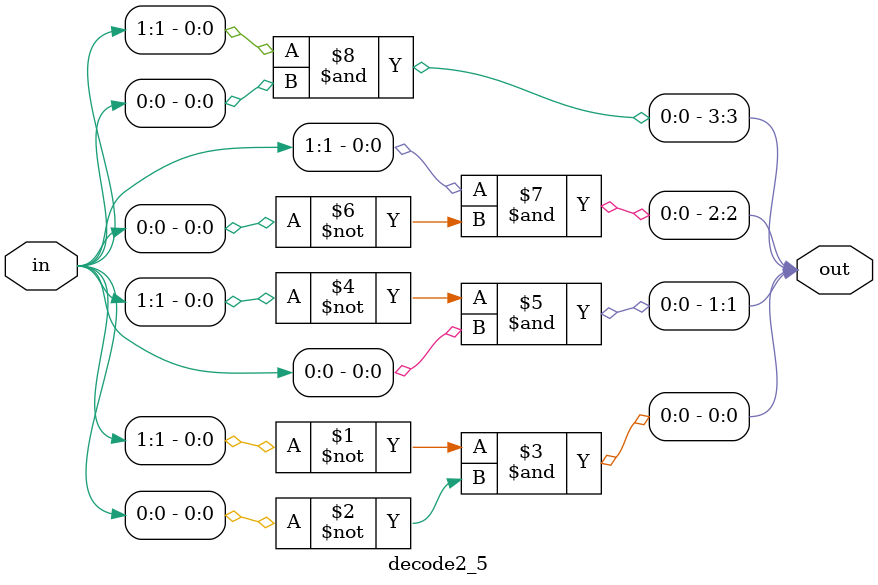
<source format=v>
`timescale 1ns / 1ps


module decode2_5(
    out, in
    );
    //pins declarations
    input [1:0]in;
    output [3:0]out;
    //dataflow using assignments
    assign out[3:0] = {in[1] & in[0], 
                       in[1] & ~in[0], 
                       ~in[1] & in[0],  
                       ~in[1] & ~in[0]};
endmodule

</source>
